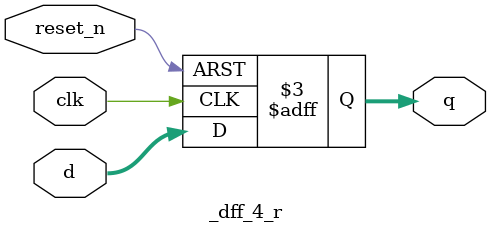
<source format=v>
module _dff_4_r(clk, reset_n, d, q);
	input clk, reset_n;
	input [3:0] d;
	output reg [3:0] q;
	
	always@ (posedge clk or negedge reset_n)
	begin
		if(reset_n == 0) q <= 4'b0;
		else q <= d;
	end
	endmodule
	
</source>
